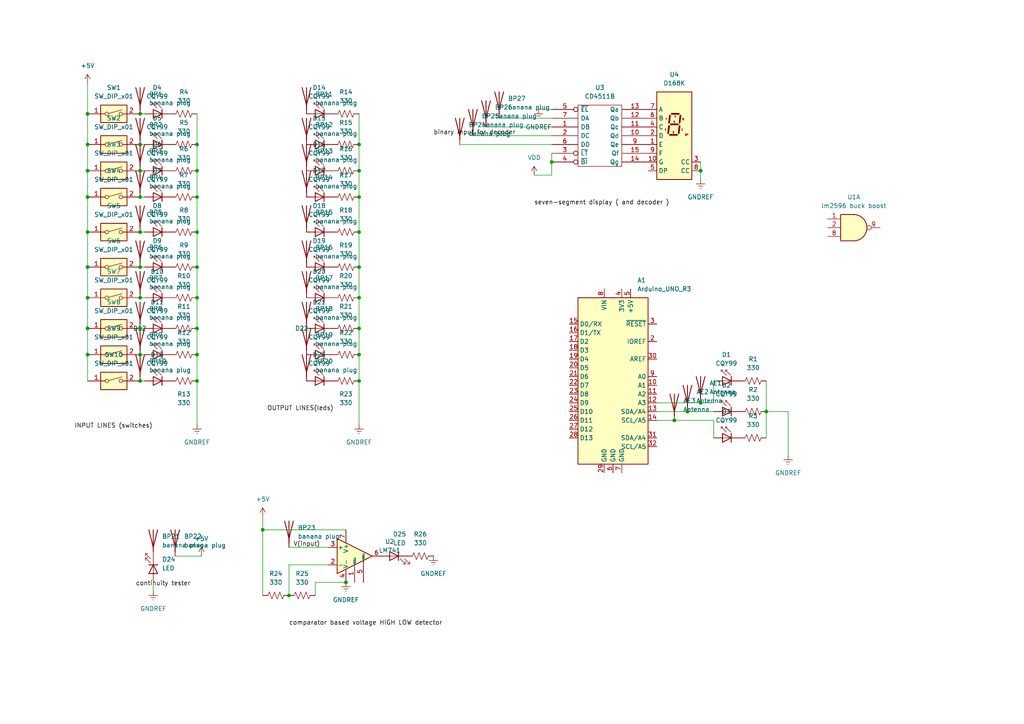
<source format=kicad_sch>
(kicad_sch (version 20230121) (generator eeschema)
  (paper "A4")
  (lib_symbols
    (symbol "4xxx:4023" (pin_names (offset 1.016))
      (property "Reference" "U" (at 0 1.27 0))
      (property "Value" "4023" (at 0 -1.27 0))
      (symbol "4023_1_1"
        (arc (start 0 -3.81) (mid 3.7934 0) (end 0 3.81) (stroke (width 0.254)) (fill (type background)))
        (polyline (pts (xy 0 3.81) (xy -3.81 3.81) (xy -3.81 -3.81) (xy 0 -3.81)) (stroke (width 0.254)) (fill (type background)))
        (pin input line (at -7.62 2.54 0) (length 3.81) (name "~") (number "1"))
        (pin input line (at -7.62 0 0) (length 3.81) (name "~") (number "2"))
        (pin input line (at -7.62 -2.54 0) (length 3.81) (name "~") (number "8"))
        (pin output inverted (at 7.62 0 180) (length 3.81) (name "~") (number "9"))
      )
      (symbol "4023_1_2"
        (arc (start -3.81 -3.81) (mid -2.589 0) (end -3.81 3.81) (stroke (width 0.254)))
        (arc (start -0.6096 -3.81) (mid 2.1842 -2.5851) (end 3.81 0) (stroke (width 0.254)) (fill (type background)))
        (polyline (pts (xy -3.81 -3.81) (xy -0.635 -3.81)) (stroke (width 0.254)) (fill (type background)))
        (polyline (pts (xy -3.81 3.81) (xy -0.635 3.81)) (stroke (width 0.254)) (fill (type background)))
        (polyline (pts (xy -0.635 3.81) (xy -3.81 3.81) (xy -3.81 3.81) (xy -3.556 3.4036) (xy -3.0226 2.2606) (xy -2.6924 1.0414) (xy -2.6162 -0.254) (xy -2.7686 -1.4986) (xy -3.175 -2.7178) (xy -3.81 -3.81) (xy -3.81 -3.81) (xy -0.635 -3.81)) (stroke (width -25.4)) (fill (type background)))
        (arc (start 3.81 0) (mid 2.1915 2.5936) (end -0.6096 3.81) (stroke (width 0.254)) (fill (type background)))
        (pin input inverted (at -7.62 2.54 0) (length 4.318) (name "~") (number "1"))
        (pin input inverted (at -7.62 0 0) (length 4.953) (name "~") (number "2"))
        (pin input inverted (at -7.62 -2.54 0) (length 4.318) (name "~") (number "8"))
        (pin output line (at 7.62 0 180) (length 3.81) (name "~") (number "9"))
      )
      (symbol "4023_2_1"
        (arc (start 0 -3.81) (mid 3.7934 0) (end 0 3.81) (stroke (width 0.254)) (fill (type background)))
        (polyline (pts (xy 0 3.81) (xy -3.81 3.81) (xy -3.81 -3.81) (xy 0 -3.81)) (stroke (width 0.254)) (fill (type background)))
        (pin input line (at -7.62 2.54 0) (length 3.81) (name "~") (number "3"))
        (pin input line (at -7.62 0 0) (length 3.81) (name "~") (number "4"))
        (pin input line (at -7.62 -2.54 0) (length 3.81) (name "~") (number "5"))
        (pin output inverted (at 7.62 0 180) (length 3.81) (name "~") (number "6"))
      )
      (symbol "4023_2_2"
        (arc (start -3.81 -3.81) (mid -2.589 0) (end -3.81 3.81) (stroke (width 0.254)))
        (arc (start -0.6096 -3.81) (mid 2.1842 -2.5851) (end 3.81 0) (stroke (width 0.254)) (fill (type background)))
        (polyline (pts (xy -3.81 -3.81) (xy -0.635 -3.81)) (stroke (width 0.254)) (fill (type background)))
        (polyline (pts (xy -3.81 3.81) (xy -0.635 3.81)) (stroke (width 0.254)) (fill (type background)))
        (polyline (pts (xy -0.635 3.81) (xy -3.81 3.81) (xy -3.81 3.81) (xy -3.556 3.4036) (xy -3.0226 2.2606) (xy -2.6924 1.0414) (xy -2.6162 -0.254) (xy -2.7686 -1.4986) (xy -3.175 -2.7178) (xy -3.81 -3.81) (xy -3.81 -3.81) (xy -0.635 -3.81)) (stroke (width -25.4)) (fill (type background)))
        (arc (start 3.81 0) (mid 2.1915 2.5936) (end -0.6096 3.81) (stroke (width 0.254)) (fill (type background)))
        (pin input inverted (at -7.62 2.54 0) (length 4.318) (name "~") (number "3"))
        (pin input inverted (at -7.62 0 0) (length 4.953) (name "~") (number "4"))
        (pin input inverted (at -7.62 -2.54 0) (length 4.318) (name "~") (number "5"))
        (pin output line (at 7.62 0 180) (length 3.81) (name "~") (number "6"))
      )
      (symbol "4023_3_1"
        (arc (start 0 -3.81) (mid 3.7934 0) (end 0 3.81) (stroke (width 0.254)) (fill (type background)))
        (polyline (pts (xy 0 3.81) (xy -3.81 3.81) (xy -3.81 -3.81) (xy 0 -3.81)) (stroke (width 0.254)) (fill (type background)))
        (pin output inverted (at 7.62 0 180) (length 3.81) (name "~") (number "10"))
        (pin input line (at -7.62 2.54 0) (length 3.81) (name "~") (number "11"))
        (pin input line (at -7.62 0 0) (length 3.81) (name "~") (number "12"))
        (pin input line (at -7.62 -2.54 0) (length 3.81) (name "~") (number "13"))
      )
      (symbol "4023_3_2"
        (arc (start -3.81 -3.81) (mid -2.589 0) (end -3.81 3.81) (stroke (width 0.254)))
        (arc (start -0.6096 -3.81) (mid 2.1842 -2.5851) (end 3.81 0) (stroke (width 0.254)) (fill (type background)))
        (polyline (pts (xy -3.81 -3.81) (xy -0.635 -3.81)) (stroke (width 0.254)) (fill (type background)))
        (polyline (pts (xy -3.81 3.81) (xy -0.635 3.81)) (stroke (width 0.254)) (fill (type background)))
        (polyline (pts (xy -0.635 3.81) (xy -3.81 3.81) (xy -3.81 3.81) (xy -3.556 3.4036) (xy -3.0226 2.2606) (xy -2.6924 1.0414) (xy -2.6162 -0.254) (xy -2.7686 -1.4986) (xy -3.175 -2.7178) (xy -3.81 -3.81) (xy -3.81 -3.81) (xy -0.635 -3.81)) (stroke (width -25.4)) (fill (type background)))
        (arc (start 3.81 0) (mid 2.1915 2.5936) (end -0.6096 3.81) (stroke (width 0.254)) (fill (type background)))
        (pin output line (at 7.62 0 180) (length 3.81) (name "~") (number "10"))
        (pin input inverted (at -7.62 2.54 0) (length 4.318) (name "~") (number "11"))
        (pin input inverted (at -7.62 0 0) (length 4.953) (name "~") (number "12"))
        (pin input inverted (at -7.62 -2.54 0) (length 4.318) (name "~") (number "13"))
      )
      (symbol "4023_4_0"
        (pin power_in line (at 0 12.7 270) (length 5.08) (name "VDD") (number "14"))
        (pin power_in line (at 0 -12.7 90) (length 5.08) (name "VSS") (number "7"))
      )
      (symbol "4023_4_1"
        (rectangle (start -5.08 7.62) (end 5.08 -7.62) (stroke (width 0.254)) (fill (type background)))
      )
    )
    (symbol "4xxx_IEEE:4511" (pin_names (offset 0.762))
      (property "Reference" "U" (at 8.89 11.43 0))
      (property "Value" "4511" (at 8.89 -11.43 0))
      (symbol "4511_0_1"
        (rectangle (start -6.35 8.89) (end 6.35 -8.89))
      )
      (symbol "4511_1_1"
        (pin input line (at -13.97 2.54 0) (length 7.62) (name "DB") (number "1"))
        (pin output line (at 13.97 0 180) (length 7.62) (name "Qd") (number "10"))
        (pin output line (at 13.97 2.54 180) (length 7.62) (name "Qc") (number "11"))
        (pin output line (at 13.97 5.08 180) (length 7.62) (name "Qb") (number "12"))
        (pin output line (at 13.97 7.62 180) (length 7.62) (name "Qa") (number "13"))
        (pin output line (at 13.97 -7.62 180) (length 7.62) (name "Qg") (number "14"))
        (pin output line (at 13.97 -5.08 180) (length 7.62) (name "Qf") (number "15"))
        (pin power_in line (at 0 8.89 270) (length 0) hide (name "Vdd") (number "16"))
        (pin input line (at -13.97 0 0) (length 7.62) (name "DC") (number "2"))
        (pin input inverted (at -13.97 -5.08 0) (length 7.62) (name "~{LT}") (number "3"))
        (pin input inverted (at -13.97 -7.62 0) (length 7.62) (name "~{BI}") (number "4"))
        (pin input inverted (at -13.97 7.62 0) (length 7.62) (name "~{EL}") (number "5"))
        (pin input line (at -13.97 -2.54 0) (length 7.62) (name "DD") (number "6"))
        (pin input line (at -13.97 5.08 0) (length 7.62) (name "DA") (number "7"))
        (pin power_in line (at 0 -8.89 90) (length 0) hide (name "Vss") (number "8"))
        (pin output line (at 13.97 -2.54 180) (length 7.62) (name "Qe") (number "9"))
      )
    )
    (symbol "Amplifier_Operational:LM741" (pin_names (offset 0.127))
      (property "Reference" "U" (at 0 6.35 0))
      (property "Value" "LM741" (at 0 3.81 0))
      (symbol "LM741_0_1"
        (polyline (pts (xy -5.08 5.08) (xy 5.08 0) (xy -5.08 -5.08) (xy -5.08 5.08)) (stroke (width 0.254)) (fill (type background)))
      )
      (symbol "LM741_1_1"
        (pin input line (at 0 -7.62 90) (length 5.08) (name "NULL") (number "1"))
        (pin input line (at -7.62 -2.54 0) (length 2.54) (name "-") (number "2"))
        (pin input line (at -7.62 2.54 0) (length 2.54) (name "+") (number "3"))
        (pin power_in line (at -2.54 -7.62 90) (length 3.81) (name "V-") (number "4"))
        (pin input line (at 2.54 -7.62 90) (length 6.35) (name "NULL") (number "5"))
        (pin output line (at 7.62 0 180) (length 2.54) (name "~") (number "6"))
        (pin power_in line (at -2.54 7.62 270) (length 3.81) (name "V+") (number "7"))
        (pin no_connect line (at 0 2.54 270) (length 2.54) hide (name "NC") (number "8"))
      )
    )
    (symbol "Device:Antenna" (pin_numbers hide) (pin_names (offset 1.016) hide)
      (property "Reference" "AE" (at -1.905 1.905 0))
      (property "Value" "Antenna" (at -1.905 0 0))
      (symbol "Antenna_0_1"
        (polyline (pts (xy 0 2.54) (xy 0 -3.81)) (stroke (width 0.254)))
        (polyline (pts (xy 1.27 2.54) (xy 0 -2.54) (xy -1.27 2.54)) (stroke (width 0.254)))
      )
      (symbol "Antenna_1_1"
        (pin input line (at 0 -5.08 90) (length 2.54) (name "A") (number "1"))
      )
    )
    (symbol "Device:LED" (pin_numbers hide) (pin_names (offset 1.016) hide)
      (property "Reference" "D" (at 0 2.54 0))
      (property "Value" "LED" (at 0 -2.54 0))
      (symbol "LED_0_1"
        (polyline (pts (xy -1.27 -1.27) (xy -1.27 1.27)) (stroke (width 0.254)))
        (polyline (pts (xy -1.27 0) (xy 1.27 0)))
        (polyline (pts (xy 1.27 -1.27) (xy 1.27 1.27) (xy -1.27 0) (xy 1.27 -1.27)) (stroke (width 0.254)))
        (polyline (pts (xy -3.048 -0.762) (xy -4.572 -2.286) (xy -3.81 -2.286) (xy -4.572 -2.286) (xy -4.572 -1.524)))
        (polyline (pts (xy -1.778 -0.762) (xy -3.302 -2.286) (xy -2.54 -2.286) (xy -3.302 -2.286) (xy -3.302 -1.524)))
      )
      (symbol "LED_1_1"
        (pin passive line (at -3.81 0 0) (length 2.54) (name "K") (number "1"))
        (pin passive line (at 3.81 0 180) (length 2.54) (name "A") (number "2"))
      )
    )
    (symbol "Device:R_US" (pin_numbers hide) (pin_names (offset 0))
      (property "Reference" "R" (at 2.54 0 90))
      (property "Value" "R_US" (at -2.54 0 90))
      (symbol "R_US_0_1"
        (polyline (pts (xy 0 -2.286) (xy 0 -2.54)))
        (polyline (pts (xy 0 2.286) (xy 0 2.54)))
        (polyline (pts (xy 0 -0.762) (xy 1.016 -1.143) (xy 0 -1.524) (xy -1.016 -1.905) (xy 0 -2.286)))
        (polyline (pts (xy 0 0.762) (xy 1.016 0.381) (xy 0 0) (xy -1.016 -0.381) (xy 0 -0.762)))
        (polyline (pts (xy 0 2.286) (xy 1.016 1.905) (xy 0 1.524) (xy -1.016 1.143) (xy 0 0.762)))
      )
      (symbol "R_US_1_1"
        (pin passive line (at 0 3.81 270) (length 1.27) (name "~") (number "1"))
        (pin passive line (at 0 -3.81 90) (length 1.27) (name "~") (number "2"))
      )
    )
    (symbol "Display_Character_git:D168K"
      (property "Reference" "U" (at -2.54 13.97 0))
      (property "Value" "D168K" (at 1.27 13.97 0))
      (symbol "D168K_0_0"
        (text "A" (at 0.254 5.588 0) (effects (font (size 0.508 0.508))))
        (text "B" (at 2.54 4.826 0) (effects (font (size 0.508 0.508))))
        (text "C" (at 2.286 1.778 0) (effects (font (size 0.508 0.508))))
        (text "D" (at -0.254 1.016 0) (effects (font (size 0.508 0.508))))
        (text "DP" (at 3.556 0.254 0) (effects (font (size 0.508 0.508))))
        (text "E" (at -2.54 1.778 0) (effects (font (size 0.508 0.508))))
        (text "F" (at -2.286 4.826 0) (effects (font (size 0.508 0.508))))
        (text "G" (at 0 4.064 0) (effects (font (size 0.508 0.508))))
      )
      (symbol "D168K_0_1"
        (rectangle (start -5.08 12.7) (end 5.08 -12.7) (stroke (width 0.254)) (fill (type background)))
        (polyline (pts (xy -1.524 2.794) (xy -1.778 0.762)) (stroke (width 0.508)))
        (polyline (pts (xy -1.27 0.254) (xy 0.762 0.254)) (stroke (width 0.508)))
        (polyline (pts (xy -1.27 5.842) (xy -1.524 3.81)) (stroke (width 0.508)))
        (polyline (pts (xy -1.016 3.302) (xy 1.016 3.302)) (stroke (width 0.508)))
        (polyline (pts (xy -0.762 6.35) (xy 1.27 6.35)) (stroke (width 0.508)))
        (polyline (pts (xy 1.524 2.794) (xy 1.27 0.762)) (stroke (width 0.508)))
        (polyline (pts (xy 1.778 5.842) (xy 1.524 3.81)) (stroke (width 0.508)))
        (polyline (pts (xy 2.54 0.254) (xy 2.54 0.254)) (stroke (width 0.508)))
      )
      (symbol "D168K_1_1"
        (pin input line (at -7.62 -2.54 0) (length 2.54) (name "E") (number "1"))
        (pin input line (at -7.62 -7.62 0) (length 2.54) (name "G") (number "10"))
        (pin input line (at -7.62 0 0) (length 2.54) (name "D") (number "2"))
        (pin input line (at 7.62 -7.62 180) (length 2.54) (name "CC") (number "3"))
        (pin input line (at -7.62 2.54 0) (length 2.54) (name "C") (number "4"))
        (pin input line (at -7.62 -10.16 0) (length 2.54) (name "DP") (number "5"))
        (pin input line (at -7.62 5.08 0) (length 2.54) (name "B") (number "6"))
        (pin input line (at -7.62 7.62 0) (length 2.54) (name "A") (number "7"))
        (pin input line (at 7.62 -10.16 180) (length 2.54) (name "CC") (number "8"))
        (pin input line (at -7.62 -5.08 0) (length 2.54) (name "F") (number "9"))
      )
    )
    (symbol "LED:CQY99" (pin_numbers hide) (pin_names (offset 1.016) hide)
      (property "Reference" "D" (at 0.508 1.778 0))
      (property "Value" "CQY99" (at -1.016 -2.794 0))
      (symbol "CQY99_0_1"
        (polyline (pts (xy -2.54 1.27) (xy -2.54 -1.27)) (stroke (width 0.254)))
        (polyline (pts (xy 0 0) (xy -2.54 0)))
        (polyline (pts (xy 0.381 3.175) (xy -0.127 3.175)))
        (polyline (pts (xy -1.143 1.651) (xy 0.381 3.175) (xy 0.381 2.667)))
        (polyline (pts (xy 0 -1.27) (xy -2.54 0) (xy 0 1.27) (xy 0 -1.27)) (stroke (width 0.254)))
        (polyline (pts (xy -2.413 1.651) (xy -0.889 3.175) (xy -0.889 2.667) (xy -0.889 3.175) (xy -1.397 3.175)))
      )
      (symbol "CQY99_1_1"
        (pin passive line (at -5.08 0 0) (length 2.54) (name "K") (number "1"))
        (pin passive line (at 2.54 0 180) (length 2.54) (name "A") (number "2"))
      )
    )
    (symbol "MCU_Module:Arduino_UNO_R3"
      (property "Reference" "A" (at -10.16 23.495 0))
      (property "Value" "Arduino_UNO_R3" (at 5.08 -26.67 0))
      (symbol "Arduino_UNO_R3_0_1"
        (rectangle (start -10.16 22.86) (end 10.16 -25.4) (stroke (width 0.254)) (fill (type background)))
      )
      (symbol "Arduino_UNO_R3_1_1"
        (pin no_connect line (at -10.16 -20.32 0) (length 2.54) hide (name "NC") (number "1"))
        (pin bidirectional line (at 12.7 -2.54 180) (length 2.54) (name "A1") (number "10"))
        (pin bidirectional line (at 12.7 -5.08 180) (length 2.54) (name "A2") (number "11"))
        (pin bidirectional line (at 12.7 -7.62 180) (length 2.54) (name "A3") (number "12"))
        (pin bidirectional line (at 12.7 -10.16 180) (length 2.54) (name "SDA/A4") (number "13"))
        (pin bidirectional line (at 12.7 -12.7 180) (length 2.54) (name "SCL/A5") (number "14"))
        (pin bidirectional line (at -12.7 15.24 0) (length 2.54) (name "D0/RX") (number "15"))
        (pin bidirectional line (at -12.7 12.7 0) (length 2.54) (name "D1/TX") (number "16"))
        (pin bidirectional line (at -12.7 10.16 0) (length 2.54) (name "D2") (number "17"))
        (pin bidirectional line (at -12.7 7.62 0) (length 2.54) (name "D3") (number "18"))
        (pin bidirectional line (at -12.7 5.08 0) (length 2.54) (name "D4") (number "19"))
        (pin output line (at 12.7 10.16 180) (length 2.54) (name "IOREF") (number "2"))
        (pin bidirectional line (at -12.7 2.54 0) (length 2.54) (name "D5") (number "20"))
        (pin bidirectional line (at -12.7 0 0) (length 2.54) (name "D6") (number "21"))
        (pin bidirectional line (at -12.7 -2.54 0) (length 2.54) (name "D7") (number "22"))
        (pin bidirectional line (at -12.7 -5.08 0) (length 2.54) (name "D8") (number "23"))
        (pin bidirectional line (at -12.7 -7.62 0) (length 2.54) (name "D9") (number "24"))
        (pin bidirectional line (at -12.7 -10.16 0) (length 2.54) (name "D10") (number "25"))
        (pin bidirectional line (at -12.7 -12.7 0) (length 2.54) (name "D11") (number "26"))
        (pin bidirectional line (at -12.7 -15.24 0) (length 2.54) (name "D12") (number "27"))
        (pin bidirectional line (at -12.7 -17.78 0) (length 2.54) (name "D13") (number "28"))
        (pin power_in line (at -2.54 -27.94 90) (length 2.54) (name "GND") (number "29"))
        (pin input line (at 12.7 15.24 180) (length 2.54) (name "~{RESET}") (number "3"))
        (pin input line (at 12.7 5.08 180) (length 2.54) (name "AREF") (number "30"))
        (pin bidirectional line (at 12.7 -17.78 180) (length 2.54) (name "SDA/A4") (number "31"))
        (pin bidirectional line (at 12.7 -20.32 180) (length 2.54) (name "SCL/A5") (number "32"))
        (pin power_out line (at 2.54 25.4 270) (length 2.54) (name "3V3") (number "4"))
        (pin power_out line (at 5.08 25.4 270) (length 2.54) (name "+5V") (number "5"))
        (pin power_in line (at 0 -27.94 90) (length 2.54) (name "GND") (number "6"))
        (pin power_in line (at 2.54 -27.94 90) (length 2.54) (name "GND") (number "7"))
        (pin power_in line (at -2.54 25.4 270) (length 2.54) (name "VIN") (number "8"))
        (pin bidirectional line (at 12.7 0 180) (length 2.54) (name "A0") (number "9"))
      )
    )
    (symbol "Switch:SW_DIP_x01" (pin_names (offset 0) hide)
      (property "Reference" "SW" (at 0 3.81 0))
      (property "Value" "SW_DIP_x01" (at 0 -3.81 0))
      (symbol "SW_DIP_x01_0_0"
        (circle (center -2.032 0) (radius 0.508))
        (polyline (pts (xy -1.524 0.127) (xy 2.3622 1.1684)))
        (circle (center 2.032 0) (radius 0.508))
      )
      (symbol "SW_DIP_x01_0_1"
        (rectangle (start -3.81 2.54) (end 3.81 -2.54) (stroke (width 0.254)) (fill (type background)))
      )
      (symbol "SW_DIP_x01_1_1"
        (pin passive line (at -7.62 0 0) (length 5.08) (name "~") (number "1"))
        (pin passive line (at 7.62 0 180) (length 5.08) (name "~") (number "2"))
      )
    )
    (symbol "power:+5V" (power) (pin_names (offset 0))
      (property "Value" "+5V" (at 0 3.556 0))
      (symbol "+5V_0_1"
        (polyline (pts (xy -0.762 1.27) (xy 0 2.54)))
        (polyline (pts (xy 0 0) (xy 0 2.54)))
        (polyline (pts (xy 0 2.54) (xy 0.762 1.27)))
      )
      (symbol "+5V_1_1"
        (pin power_in line (at 0 0 90) (length 0) hide (name "+5V") (number "1"))
      )
    )
    (symbol "power:GNDREF" (power) (pin_names (offset 0))
      (property "Value" "GNDREF" (at 0 -3.81 0))
      (symbol "GNDREF_0_1"
        (polyline (pts (xy -0.635 -1.905) (xy 0.635 -1.905)))
        (polyline (pts (xy -0.127 -2.54) (xy 0.127 -2.54)))
        (polyline (pts (xy 0 -1.27) (xy 0 0)))
        (polyline (pts (xy 1.27 -1.27) (xy -1.27 -1.27)))
      )
      (symbol "GNDREF_1_1"
        (pin power_in line (at 0 0 270) (length 0) hide (name "GNDREF") (number "1"))
      )
    )
    (symbol "power:VDD" (power) (pin_names (offset 0))
      (property "Value" "VDD" (at 0 3.81 0))
      (symbol "VDD_0_1"
        (polyline (pts (xy -0.762 1.27) (xy 0 2.54)))
        (polyline (pts (xy 0 0) (xy 0 2.54)))
        (polyline (pts (xy 0 2.54) (xy 0.762 1.27)))
      )
      (symbol "VDD_1_1"
        (pin power_in line (at 0 0 90) (length 0) hide (name "VDD") (number "1"))
      )
    )
  )
  (junction (at 25.4 77.47))
  (junction (at 40.64 67.31))
  (junction (at 199.39 119.38))
  (junction (at 104.14 77.47))
  (junction (at 25.4 86.36))
  (junction (at 57.15 102.87))
  (junction (at 40.64 77.47))
  (junction (at 40.64 49.53))
  (junction (at 104.14 95.25))
  (junction (at 195.58 121.92))
  (junction (at 25.4 95.25))
  (junction (at 104.14 110.49))
  (junction (at 57.15 41.91))
  (junction (at 104.14 41.91))
  (junction (at 40.64 57.15))
  (junction (at 104.14 86.36))
  (junction (at 40.64 110.49))
  (junction (at 57.15 77.47))
  (junction (at 222.25 119.38))
  (junction (at 76.2 153.67))
  (junction (at 203.2 116.84))
  (junction (at 25.4 41.91))
  (junction (at 160.02 46.99))
  (junction (at 40.64 41.91))
  (junction (at 25.4 49.53))
  (junction (at 104.14 57.15))
  (junction (at 104.14 67.31))
  (junction (at 57.15 57.15))
  (junction (at 57.15 67.31))
  (junction (at 25.4 102.87))
  (junction (at 40.64 33.02))
  (junction (at 57.15 95.25))
  (junction (at 25.4 57.15))
  (junction (at 57.15 110.49))
  (junction (at 25.4 67.31))
  (junction (at 40.64 102.87))
  (junction (at 203.2 49.53))
  (junction (at 40.64 86.36))
  (junction (at 40.64 95.25))
  (junction (at 57.15 49.53))
  (junction (at 25.4 33.02))
  (junction (at 104.14 49.53))
  (junction (at 104.14 102.87))
  (junction (at 83.82 172.72))
  (junction (at 57.15 86.36))
  (junction (at 100.33 168.91))
  (wire (pts (xy 203.2 49.53) (xy 203.2 52.07)))
  (wire (pts (xy 207.01 116.84) (xy 207.01 110.49)))
  (wire (pts (xy 104.14 41.91) (xy 104.14 49.53)))
  (wire (pts (xy 104.14 102.87) (xy 104.14 110.49)))
  (wire (pts (xy 57.15 102.87) (xy 57.15 110.49)))
  (wire (pts (xy 104.14 95.25) (xy 104.14 102.87)))
  (wire (pts (xy 57.15 57.15) (xy 57.15 67.31)))
  (wire (pts (xy 40.64 86.36) (xy 41.91 86.36)))
  (wire (pts (xy 222.25 119.38) (xy 228.6 119.38)))
  (wire (pts (xy 222.25 110.49) (xy 222.25 119.38)))
  (wire (pts (xy 104.14 86.36) (xy 104.14 95.25)))
  (wire (pts (xy 40.64 77.47) (xy 41.91 77.47)))
  (wire (pts (xy 144.78 34.29) (xy 160.02 34.29)))
  (wire (pts (xy 25.4 41.91) (xy 25.4 49.53)))
  (wire (pts (xy 57.15 77.47) (xy 57.15 86.36)))
  (wire (pts (xy 104.14 77.47) (xy 104.14 86.36)))
  (wire (pts (xy 40.64 33.02) (xy 41.91 33.02)))
  (wire (pts (xy 76.2 153.67) (xy 100.33 153.67)))
  (wire (pts (xy 40.64 41.91) (xy 41.91 41.91)))
  (wire (pts (xy 83.82 163.83) (xy 83.82 172.72)))
  (wire (pts (xy 57.15 110.49) (xy 57.15 123.19)))
  (wire (pts (xy 57.15 49.53) (xy 57.15 57.15)))
  (wire (pts (xy 190.5 116.84) (xy 203.2 116.84)))
  (wire (pts (xy 190.5 119.38) (xy 199.39 119.38)))
  (wire (pts (xy 160.02 46.99) (xy 160.02 50.8)))
  (wire (pts (xy 57.15 95.25) (xy 57.15 102.87)))
  (wire (pts (xy 83.82 158.75) (xy 95.25 158.75)))
  (wire (pts (xy 25.4 86.36) (xy 25.4 95.25)))
  (wire (pts (xy 40.64 57.15) (xy 41.91 57.15)))
  (wire (pts (xy 91.44 168.91) (xy 100.33 168.91)))
  (wire (pts (xy 199.39 119.38) (xy 207.01 119.38)))
  (wire (pts (xy 40.64 102.87) (xy 41.91 102.87)))
  (wire (pts (xy 140.97 36.83) (xy 160.02 36.83)))
  (wire (pts (xy 57.15 41.91) (xy 57.15 49.53)))
  (wire (pts (xy 133.35 41.91) (xy 160.02 41.91)))
  (wire (pts (xy 57.15 86.36) (xy 57.15 95.25)))
  (wire (pts (xy 207.01 121.92) (xy 207.01 127)))
  (wire (pts (xy 44.45 168.91) (xy 44.45 171.45)))
  (wire (pts (xy 25.4 102.87) (xy 25.4 110.49)))
  (wire (pts (xy 104.14 67.31) (xy 104.14 77.47)))
  (wire (pts (xy 195.58 121.92) (xy 207.01 121.92)))
  (wire (pts (xy 57.15 67.31) (xy 57.15 77.47)))
  (wire (pts (xy 40.64 67.31) (xy 41.91 67.31)))
  (wire (pts (xy 160.02 50.8) (xy 154.94 50.8)))
  (wire (pts (xy 95.25 163.83) (xy 83.82 163.83)))
  (wire (pts (xy 40.64 110.49) (xy 41.91 110.49)))
  (wire (pts (xy 160.02 44.45) (xy 160.02 46.99)))
  (wire (pts (xy 222.25 119.38) (xy 222.25 127)))
  (wire (pts (xy 57.15 33.02) (xy 57.15 41.91)))
  (wire (pts (xy 104.14 49.53) (xy 104.14 57.15)))
  (wire (pts (xy 25.4 24.13) (xy 25.4 33.02)))
  (wire (pts (xy 25.4 77.47) (xy 25.4 86.36)))
  (wire (pts (xy 25.4 49.53) (xy 25.4 57.15)))
  (wire (pts (xy 25.4 95.25) (xy 25.4 102.87)))
  (wire (pts (xy 50.8 161.29) (xy 58.42 161.29)))
  (wire (pts (xy 25.4 67.31) (xy 25.4 77.47)))
  (wire (pts (xy 25.4 57.15) (xy 25.4 67.31)))
  (wire (pts (xy 190.5 121.92) (xy 195.58 121.92)))
  (wire (pts (xy 40.64 95.25) (xy 41.91 95.25)))
  (wire (pts (xy 156.21 31.75) (xy 160.02 31.75)))
  (wire (pts (xy 137.16 39.37) (xy 160.02 39.37)))
  (wire (pts (xy 104.14 57.15) (xy 104.14 67.31)))
  (wire (pts (xy 104.14 33.02) (xy 104.14 41.91)))
  (wire (pts (xy 91.44 172.72) (xy 91.44 168.91)))
  (wire (pts (xy 228.6 119.38) (xy 228.6 132.08)))
  (wire (pts (xy 40.64 49.53) (xy 41.91 49.53)))
  (wire (pts (xy 76.2 153.67) (xy 76.2 149.86)))
  (wire (pts (xy 203.2 46.99) (xy 203.2 49.53)))
  (wire (pts (xy 203.2 116.84) (xy 207.01 116.84)))
  (wire (pts (xy 25.4 33.02) (xy 25.4 41.91)))
  (wire (pts (xy 104.14 110.49) (xy 104.14 123.19)))
  (wire (pts (xy 76.2 153.67) (xy 76.2 172.72)))
  (label "binary input for decoder" (at 125.73 39.37 0))
  (label "seven-segment display ( and decoder )" (at 154.94 59.69 0))
  (label "V(input)" (at 85.09 158.75 0))
  (label "OUTPUT LINES(leds)" (at 77.47 119.38 0))
  (label "continuity tester" (at 39.37 170.18 0))
  (label "comparator based voltage HIGH LOW detector" (at 83.82 181.61 0))
  (label "INPUT LINES (switches)" (at 21.59 124.46 0))
  (symbol (lib_id "LED:CQY99") (at 91.44 67.31 0) (mirror y) (unit 1)
    (property "Reference" "D18" (at 92.583 59.69 0))
    (property "Value" "CQY99" (at 92.583 62.23 0))
    (property "Footprint" "LED_THT:LED_D5.0mm_IRGrey" (effects hide))
    (property "Datasheet" "https://www.prtice.info/IMG/pdf/CQY99.pdf" (effects hide))
  )
  (symbol (lib_id "LED:CQY99") (at 91.44 86.36 0) (mirror y) (unit 1)
    (property "Reference" "D20" (at 92.583 78.74 0))
    (property "Value" "CQY99" (at 92.583 81.28 0))
    (property "Footprint" "LED_THT:LED_D5.0mm_IRGrey" (effects hide))
    (property "Datasheet" "https://www.prtice.info/IMG/pdf/CQY99.pdf" (effects hide))
  )
  (symbol (lib_id "Device:Antenna") (at 40.64 81.28 0) (unit 1)
    (property "Reference" "BP7" (at 43.18 80.645 0) (effects (justify left)))
    (property "Value" "banana plug" (at 43.18 83.185 0) (effects (justify left)))
  )
  (symbol (lib_id "Device:R_US") (at 53.34 33.02 270) (unit 1)
    (property "Reference" "R4" (at 53.34 26.67 90))
    (property "Value" "330" (at 53.34 29.21 90))
    (property "Footprint" "Resistor_THT:R_Axial_DIN0204_L3.6mm_D1.6mm_P7.62mm_Horizontal" (effects hide))
  )
  (symbol (lib_id "power:GNDREF") (at 156.21 31.75 0) (unit 1)
    (property "Reference" "#PWR011" (effects hide))
    (property "Value" "GNDREF" (at 156.21 36.83 0))
  )
  (symbol (lib_id "Device:Antenna") (at 40.64 105.41 0) (unit 1)
    (property "Reference" "BP10" (at 43.18 104.775 0) (effects (justify left)))
    (property "Value" "banana plug" (at 43.18 107.315 0) (effects (justify left)))
  )
  (symbol (lib_id "Device:R_US") (at 100.33 33.02 270) (unit 1)
    (property "Reference" "R14" (at 100.33 26.67 90))
    (property "Value" "330" (at 100.33 29.21 90))
    (property "Footprint" "Resistor_THT:R_Axial_DIN0204_L3.6mm_D1.6mm_P7.62mm_Horizontal" (effects hide))
  )
  (symbol (lib_id "LED:CQY99") (at 44.45 86.36 0) (mirror y) (unit 1)
    (property "Reference" "D10" (at 45.593 78.74 0))
    (property "Value" "CQY99" (at 45.593 81.28 0))
    (property "Footprint" "LED_THT:LED_D5.0mm_IRGrey" (effects hide))
    (property "Datasheet" "https://www.prtice.info/IMG/pdf/CQY99.pdf" (effects hide))
  )
  (symbol (lib_id "LED:CQY99") (at 91.44 57.15 0) (mirror y) (unit 1)
    (property "Reference" "D17" (at 92.583 49.53 0))
    (property "Value" "CQY99" (at 92.583 52.07 0))
    (property "Footprint" "LED_THT:LED_D5.0mm_IRGrey" (effects hide))
    (property "Datasheet" "https://www.prtice.info/IMG/pdf/CQY99.pdf" (effects hide))
  )
  (symbol (lib_id "Device:R_US") (at 100.33 86.36 270) (unit 1)
    (property "Reference" "R20" (at 100.33 80.01 90))
    (property "Value" "330" (at 100.33 82.55 90))
    (property "Footprint" "Resistor_THT:R_Axial_DIN0204_L3.6mm_D1.6mm_P7.62mm_Horizontal" (effects hide))
  )
  (symbol (lib_id "Switch:SW_DIP_x01") (at 33.02 49.53 0) (unit 1)
    (property "Reference" "SW3" (at 33.02 41.91 0))
    (property "Value" "SW_DIP_x01" (at 33.02 44.45 0))
    (property "Footprint" "Button_Switch_THT:SW_CW_GPTS203211B" (effects hide))
  )
  (symbol (lib_id "Device:R_US") (at 53.34 67.31 270) (unit 1)
    (property "Reference" "R8" (at 53.34 60.96 90))
    (property "Value" "330" (at 53.34 63.5 90))
    (property "Footprint" "Resistor_THT:R_Axial_DIN0204_L3.6mm_D1.6mm_P7.62mm_Horizontal" (effects hide))
  )
  (symbol (lib_id "MCU_Module:Arduino_UNO_R3") (at 177.8 109.22 0) (unit 1)
    (property "Reference" "A1" (at 184.8359 81.28 0) (effects (justify left)))
    (property "Value" "Arduino_UNO_R3" (at 184.8359 83.82 0) (effects (justify left)))
    (property "Footprint" "Module:Arduino_UNO_R3" (effects hide))
    (property "Datasheet" "https://www.arduino.cc/en/Main/arduinoBoardUno" (effects hide))
  )
  (symbol (lib_id "Device:Antenna") (at 88.9 72.39 0) (unit 1)
    (property "Reference" "BP16" (at 91.44 71.755 0) (effects (justify left)))
    (property "Value" "banana plug" (at 91.44 74.295 0) (effects (justify left)))
  )
  (symbol (lib_id "Device:R_US") (at 53.34 77.47 270) (unit 1)
    (property "Reference" "R9" (at 53.34 71.12 90))
    (property "Value" "330" (at 53.34 73.66 90))
    (property "Footprint" "Resistor_THT:R_Axial_DIN0204_L3.6mm_D1.6mm_P7.62mm_Horizontal" (effects hide))
  )
  (symbol (lib_id "Device:Antenna") (at 40.64 72.39 0) (unit 1)
    (property "Reference" "BP6" (at 43.18 71.755 0) (effects (justify left)))
    (property "Value" "banana plug" (at 43.18 74.295 0) (effects (justify left)))
  )
  (symbol (lib_id "Device:Antenna") (at 140.97 31.75 0) (unit 1)
    (property "Reference" "BP26" (at 143.51 31.115 0) (effects (justify left)))
    (property "Value" "banana plug" (at 143.51 33.655 0) (effects (justify left)))
  )
  (symbol (lib_id "Device:Antenna") (at 40.64 90.17 0) (unit 1)
    (property "Reference" "BP8" (at 43.18 89.535 0) (effects (justify left)))
    (property "Value" "banana plug" (at 43.18 92.075 0) (effects (justify left)))
  )
  (symbol (lib_id "Device:Antenna") (at 88.9 97.79 0) (unit 1)
    (property "Reference" "BP19" (at 91.44 97.155 0) (effects (justify left)))
    (property "Value" "banana plug" (at 91.44 99.695 0) (effects (justify left)))
  )
  (symbol (lib_id "Device:Antenna") (at 88.9 105.41 0) (unit 1)
    (property "Reference" "BP20" (at 91.44 104.775 0) (effects (justify left)))
    (property "Value" "banana plug" (at 91.44 107.315 0) (effects (justify left)))
  )
  (symbol (lib_id "Device:LED") (at 44.45 165.1 270) (unit 1)
    (property "Reference" "D24" (at 46.99 162.2425 90) (effects (justify left)))
    (property "Value" "LED" (at 46.99 164.7825 90) (effects (justify left)))
    (property "Footprint" "Buzzer_Beeper:Buzzer_12x9.5RM7.6" (effects hide))
  )
  (symbol (lib_id "Device:Antenna") (at 88.9 36.83 0) (unit 1)
    (property "Reference" "BP12" (at 91.44 36.195 0) (effects (justify left)))
    (property "Value" "banana plug" (at 91.44 38.735 0) (effects (justify left)))
  )
  (symbol (lib_id "Device:R_US") (at 100.33 67.31 270) (unit 1)
    (property "Reference" "R18" (at 100.33 60.96 90))
    (property "Value" "330" (at 100.33 63.5 90))
    (property "Footprint" "Resistor_THT:R_Axial_DIN0204_L3.6mm_D1.6mm_P7.62mm_Horizontal" (effects hide))
  )
  (symbol (lib_id "Device:R_US") (at 121.92 161.29 270) (unit 1)
    (property "Reference" "R26" (at 121.92 154.94 90))
    (property "Value" "330" (at 121.92 157.48 90))
    (property "Footprint" "Resistor_THT:R_Axial_DIN0204_L3.6mm_D1.6mm_P7.62mm_Horizontal" (effects hide))
  )
  (symbol (lib_id "4xxx:4023") (at 247.65 66.04 0) (unit 1)
    (property "Reference" "U1" (at 247.6417 57.15 0))
    (property "Value" "lm2596 buck boost" (at 247.6417 59.69 0))
    (property "Footprint" "DC_DC_LM2596_small:DC_DC_LM2596_small" (effects hide))
  )
  (symbol (lib_id "power:GNDREF") (at 44.45 171.45 0) (unit 1)
    (property "Reference" "#PWR05" (effects hide))
    (property "Value" "GNDREF" (at 44.45 176.53 0))
  )
  (symbol (lib_id "Device:Antenna") (at 88.9 81.28 0) (unit 1)
    (property "Reference" "BP17" (at 91.44 80.645 0) (effects (justify left)))
    (property "Value" "banana plug" (at 91.44 83.185 0) (effects (justify left)))
  )
  (symbol (lib_id "Device:R_US") (at 100.33 41.91 270) (unit 1)
    (property "Reference" "R15" (at 100.33 35.56 90))
    (property "Value" "330" (at 100.33 38.1 90))
    (property "Footprint" "Resistor_THT:R_Axial_DIN0204_L3.6mm_D1.6mm_P7.62mm_Horizontal" (effects hide))
  )
  (symbol (lib_id "power:+5V") (at 58.42 161.29 0) (unit 1)
    (property "Reference" "#PWR06" (effects hide))
    (property "Value" "+5V" (at 58.42 156.21 0))
  )
  (symbol (lib_id "LED:CQY99") (at 91.44 102.87 0) (mirror y) (unit 1)
    (property "Reference" "D22" (at 87.503 95.25 0))
    (property "Value" "CQY99" (at 92.583 97.79 0))
    (property "Footprint" "LED_THT:LED_D5.0mm_IRGrey" (effects hide))
    (property "Datasheet" "https://www.prtice.info/IMG/pdf/CQY99.pdf" (effects hide))
  )
  (symbol (lib_id "LED:CQY99") (at 44.45 110.49 0) (mirror y) (unit 1)
    (property "Reference" "D13" (at 45.593 102.87 0))
    (property "Value" "CQY99" (at 45.593 105.41 0))
    (property "Footprint" "LED_THT:LED_D5.0mm_IRGrey" (effects hide))
    (property "Datasheet" "https://www.prtice.info/IMG/pdf/CQY99.pdf" (effects hide))
  )
  (symbol (lib_id "Device:R_US") (at 100.33 102.87 270) (unit 1)
    (property "Reference" "R22" (at 100.33 96.52 90))
    (property "Value" "330" (at 100.33 99.06 90))
    (property "Footprint" "Resistor_THT:R_Axial_DIN0204_L3.6mm_D1.6mm_P7.62mm_Horizontal" (effects hide))
  )
  (symbol (lib_id "power:VDD") (at 154.94 50.8 0) (unit 1)
    (property "Reference" "#PWR010" (effects hide))
    (property "Value" "VDD" (at 154.94 45.72 0))
  )
  (symbol (lib_id "Device:R_US") (at 53.34 41.91 270) (unit 1)
    (property "Reference" "R5" (at 53.34 35.56 90))
    (property "Value" "330" (at 53.34 38.1 90))
    (property "Footprint" "Resistor_THT:R_Axial_DIN0204_L3.6mm_D1.6mm_P7.62mm_Horizontal" (effects hide))
  )
  (symbol (lib_id "Device:Antenna") (at 44.45 156.21 0) (unit 1)
    (property "Reference" "BP21" (at 46.99 155.575 0) (effects (justify left)))
    (property "Value" "banana plug" (at 46.99 158.115 0) (effects (justify left)))
  )
  (symbol (lib_id "Switch:SW_DIP_x01") (at 33.02 67.31 0) (unit 1)
    (property "Reference" "SW5" (at 33.02 59.69 0))
    (property "Value" "SW_DIP_x01" (at 33.02 62.23 0))
    (property "Footprint" "Button_Switch_THT:SW_CW_GPTS203211B" (effects hide))
  )
  (symbol (lib_id "power:GNDREF") (at 125.73 161.29 0) (unit 1)
    (property "Reference" "#PWR09" (effects hide))
    (property "Value" "GNDREF" (at 125.73 166.37 0))
  )
  (symbol (lib_id "Device:Antenna") (at 199.39 114.3 0) (unit 1)
    (property "Reference" "AE2" (at 201.93 113.665 0) (effects (justify left)))
    (property "Value" "Antenna" (at 201.93 116.205 0) (effects (justify left)))
  )
  (symbol (lib_id "Device:Antenna") (at 40.64 52.07 0) (unit 1)
    (property "Reference" "BP4" (at 43.18 51.435 0) (effects (justify left)))
    (property "Value" "banana plug" (at 43.18 53.975 0) (effects (justify left)))
  )
  (symbol (lib_id "Device:Antenna") (at 144.78 29.21 0) (unit 1)
    (property "Reference" "BP27" (at 147.32 28.575 0) (effects (justify left)))
    (property "Value" "banana plug" (at 147.32 31.115 0) (effects (justify left)))
  )
  (symbol (lib_id "power:+5V") (at 76.2 149.86 0) (unit 1)
    (property "Reference" "#PWR07" (effects hide))
    (property "Value" "+5V" (at 76.2 144.78 0))
  )
  (symbol (lib_id "LED:CQY99") (at 44.45 77.47 0) (mirror y) (unit 1)
    (property "Reference" "D9" (at 45.593 69.85 0))
    (property "Value" "CQY99" (at 45.593 72.39 0))
    (property "Footprint" "LED_THT:LED_D5.0mm_IRGrey" (effects hide))
    (property "Datasheet" "https://www.prtice.info/IMG/pdf/CQY99.pdf" (effects hide))
  )
  (symbol (lib_id "Device:Antenna") (at 88.9 27.94 0) (unit 1)
    (property "Reference" "BP11" (at 91.44 27.305 0) (effects (justify left)))
    (property "Value" "banana plug" (at 91.44 29.845 0) (effects (justify left)))
  )
  (symbol (lib_id "4xxx_IEEE:4511") (at 173.99 39.37 0) (unit 1)
    (property "Reference" "U3" (at 173.99 25.4 0))
    (property "Value" "CD4511B" (at 173.99 27.94 0))
    (property "Footprint" "Socket:DIP_Socket-16_W4.3_W5.08_W7.62_W10.16_W10.9_3M_216-3340-00-0602J" (effects hide))
  )
  (symbol (lib_id "Device:R_US") (at 53.34 49.53 270) (unit 1)
    (property "Reference" "R6" (at 53.34 43.18 90))
    (property "Value" "330" (at 53.34 45.72 90))
    (property "Footprint" "Resistor_THT:R_Axial_DIN0204_L3.6mm_D1.6mm_P7.62mm_Horizontal" (effects hide))
  )
  (symbol (lib_id "power:GNDREF") (at 104.14 123.19 0) (unit 1)
    (property "Reference" "#PWR04" (effects hide))
    (property "Value" "GNDREF" (at 104.14 128.27 0))
  )
  (symbol (lib_id "Device:R_US") (at 100.33 77.47 270) (unit 1)
    (property "Reference" "R19" (at 100.33 71.12 90))
    (property "Value" "330" (at 100.33 73.66 90))
    (property "Footprint" "Resistor_THT:R_Axial_DIN0204_L3.6mm_D1.6mm_P7.62mm_Horizontal" (effects hide))
  )
  (symbol (lib_id "Display_Character_git:D168K") (at 195.58 39.37 0) (unit 1)
    (property "Reference" "U4" (at 195.58 21.59 0))
    (property "Value" "D168K" (at 195.58 24.13 0))
    (property "Footprint" "Display_7Segment:D1X8K" (effects hide))
    (property "Datasheet" "https://ia800903.us.archive.org/24/items/CTKD1x8K/Cromatek%20D168K.pdf" (effects hide))
  )
  (symbol (lib_id "Device:Antenna") (at 40.64 36.83 0) (unit 1)
    (property "Reference" "BP2" (at 43.18 36.195 0) (effects (justify left)))
    (property "Value" "banana plug" (at 43.18 38.735 0) (effects (justify left)))
  )
  (symbol (lib_id "Device:Antenna") (at 133.35 36.83 0) (unit 1)
    (property "Reference" "BP24" (at 135.89 36.195 0) (effects (justify left)))
    (property "Value" "banana plug" (at 135.89 38.735 0) (effects (justify left)))
  )
  (symbol (lib_id "Switch:SW_DIP_x01") (at 33.02 102.87 0) (unit 1)
    (property "Reference" "SW9" (at 33.02 95.25 0))
    (property "Value" "SW_DIP_x01" (at 33.02 97.79 0))
    (property "Footprint" "Button_Switch_THT:SW_CW_GPTS203211B" (effects hide))
  )
  (symbol (lib_id "Device:Antenna") (at 40.64 62.23 0) (unit 1)
    (property "Reference" "BP5" (at 43.18 61.595 0) (effects (justify left)))
    (property "Value" "banana plug" (at 43.18 64.135 0) (effects (justify left)))
  )
  (symbol (lib_id "Device:R_US") (at 53.34 95.25 270) (unit 1)
    (property "Reference" "R11" (at 53.34 88.9 90))
    (property "Value" "330" (at 53.34 91.44 90))
    (property "Footprint" "Resistor_THT:R_Axial_DIN0204_L3.6mm_D1.6mm_P7.62mm_Horizontal" (effects hide))
  )
  (symbol (lib_id "Device:R_US") (at 100.33 57.15 270) (unit 1)
    (property "Reference" "R17" (at 100.33 50.8 90))
    (property "Value" "330" (at 100.33 53.34 90))
    (property "Footprint" "Resistor_THT:R_Axial_DIN0204_L3.6mm_D1.6mm_P7.62mm_Horizontal" (effects hide))
  )
  (symbol (lib_id "LED:CQY99") (at 44.45 49.53 0) (mirror y) (unit 1)
    (property "Reference" "D6" (at 45.593 41.91 0))
    (property "Value" "CQY99" (at 45.593 44.45 0))
    (property "Footprint" "LED_THT:LED_D5.0mm_IRGrey" (effects hide))
    (property "Datasheet" "https://www.prtice.info/IMG/pdf/CQY99.pdf" (effects hide))
  )
  (symbol (lib_id "LED:CQY99") (at 44.45 95.25 0) (mirror y) (unit 1)
    (property "Reference" "D11" (at 45.593 87.63 0))
    (property "Value" "CQY99" (at 45.593 90.17 0))
    (property "Footprint" "LED_THT:LED_D5.0mm_IRGrey" (effects hide))
    (property "Datasheet" "https://www.prtice.info/IMG/pdf/CQY99.pdf" (effects hide))
  )
  (symbol (lib_id "LED:CQY99") (at 209.55 119.38 0) (mirror y) (unit 1)
    (property "Reference" "D2" (at 210.693 111.76 0))
    (property "Value" "CQY99" (at 210.693 114.3 0))
    (property "Footprint" "LED_THT:LED_D5.0mm_IRGrey" (effects hide))
    (property "Datasheet" "https://www.prtice.info/IMG/pdf/CQY99.pdf" (effects hide))
  )
  (symbol (lib_id "Device:R_US") (at 53.34 57.15 270) (unit 1)
    (property "Reference" "R7" (at 53.34 50.8 90))
    (property "Value" "330" (at 53.34 53.34 90))
    (property "Footprint" "Resistor_THT:R_Axial_DIN0204_L3.6mm_D1.6mm_P7.62mm_Horizontal" (effects hide))
  )
  (symbol (lib_id "Amplifier_Operational:LM741") (at 102.87 161.29 0) (unit 1)
    (property "Reference" "U2" (at 113.03 157.0991 0))
    (property "Value" "LM741" (at 113.03 159.6391 0))
    (property "Footprint" "Package_DIP:DIP-8_W7.62mm" (effects hide))
    (property "Datasheet" "http://www.ti.com/lit/ds/symlink/lm741.pdf" (effects hide))
  )
  (symbol (lib_id "Device:LED") (at 114.3 161.29 0) (mirror y) (unit 1)
    (property "Reference" "D25" (at 115.8875 154.94 0))
    (property "Value" "LED" (at 115.8875 157.48 0))
    (property "Footprint" "LED_THT:LED_D5.0mm_IRGrey" (effects hide))
  )
  (symbol (lib_id "Switch:SW_DIP_x01") (at 33.02 41.91 0) (unit 1)
    (property "Reference" "SW2" (at 33.02 34.29 0))
    (property "Value" "SW_DIP_x01" (at 33.02 36.83 0))
    (property "Footprint" "Button_Switch_THT:SW_CW_GPTS203211B" (effects hide))
  )
  (symbol (lib_id "Switch:SW_DIP_x01") (at 33.02 77.47 0) (unit 1)
    (property "Reference" "SW6" (at 33.02 69.85 0))
    (property "Value" "SW_DIP_x01" (at 33.02 72.39 0))
    (property "Footprint" "Button_Switch_THT:SW_CW_GPTS203211B" (effects hide))
  )
  (symbol (lib_id "Switch:SW_DIP_x01") (at 33.02 95.25 0) (unit 1)
    (property "Reference" "SW8" (at 33.02 87.63 0))
    (property "Value" "SW_DIP_x01" (at 33.02 90.17 0))
    (property "Footprint" "Button_Switch_THT:SW_CW_GPTS203211B" (effects hide))
  )
  (symbol (lib_id "Device:R_US") (at 100.33 49.53 270) (unit 1)
    (property "Reference" "R16" (at 100.33 43.18 90))
    (property "Value" "330" (at 100.33 45.72 90))
    (property "Footprint" "Resistor_THT:R_Axial_DIN0204_L3.6mm_D1.6mm_P7.62mm_Horizontal" (effects hide))
  )
  (symbol (lib_id "power:GNDREF") (at 57.15 123.19 0) (unit 1)
    (property "Reference" "#PWR03" (effects hide))
    (property "Value" "GNDREF" (at 57.15 128.27 0))
  )
  (symbol (lib_id "Device:R_US") (at 100.33 110.49 270) (unit 1)
    (property "Reference" "R23" (at 100.33 114.3 90))
    (property "Value" "330" (at 100.33 116.84 90))
    (property "Footprint" "Resistor_THT:R_Axial_DIN0204_L3.6mm_D1.6mm_P7.62mm_Horizontal" (effects hide))
  )
  (symbol (lib_id "Device:Antenna") (at 203.2 111.76 0) (unit 1)
    (property "Reference" "AE1" (at 205.74 111.125 0) (effects (justify left)))
    (property "Value" "Antenna" (at 205.74 113.665 0) (effects (justify left)))
  )
  (symbol (lib_id "Switch:SW_DIP_x01") (at 33.02 33.02 0) (unit 1)
    (property "Reference" "SW1" (at 33.02 25.4 0))
    (property "Value" "SW_DIP_x01" (at 33.02 27.94 0))
    (property "Footprint" "Button_Switch_THT:SW_CW_GPTS203211B" (effects hide))
  )
  (symbol (lib_id "LED:CQY99") (at 91.44 41.91 0) (mirror y) (unit 1)
    (property "Reference" "D15" (at 92.583 34.29 0))
    (property "Value" "CQY99" (at 92.583 36.83 0))
    (property "Footprint" "LED_THT:LED_D5.0mm_IRGrey" (effects hide))
    (property "Datasheet" "https://www.prtice.info/IMG/pdf/CQY99.pdf" (effects hide))
  )
  (symbol (lib_id "Device:R_US") (at 218.44 127 270) (unit 1)
    (property "Reference" "R3" (at 218.44 120.65 90))
    (property "Value" "330" (at 218.44 123.19 90))
    (property "Footprint" "Resistor_THT:R_Axial_DIN0204_L3.6mm_D1.6mm_P7.62mm_Horizontal" (effects hide))
  )
  (symbol (lib_id "Device:R_US") (at 53.34 86.36 270) (unit 1)
    (property "Reference" "R10" (at 53.34 80.01 90))
    (property "Value" "330" (at 53.34 82.55 90))
    (property "Footprint" "Resistor_THT:R_Axial_DIN0204_L3.6mm_D1.6mm_P7.62mm_Horizontal" (effects hide))
  )
  (symbol (lib_id "Device:R_US") (at 218.44 119.38 270) (unit 1)
    (property "Reference" "R2" (at 218.44 113.03 90))
    (property "Value" "330" (at 218.44 115.57 90))
    (property "Footprint" "Resistor_THT:R_Axial_DIN0204_L3.6mm_D1.6mm_P7.62mm_Horizontal" (effects hide))
  )
  (symbol (lib_id "power:+5V") (at 25.4 24.13 0) (unit 1)
    (property "Reference" "#PWR02" (effects hide))
    (property "Value" "+5V" (at 25.4 19.05 0))
  )
  (symbol (lib_id "LED:CQY99") (at 44.45 41.91 0) (mirror y) (unit 1)
    (property "Reference" "D5" (at 45.593 34.29 0))
    (property "Value" "CQY99" (at 45.593 36.83 0))
    (property "Footprint" "LED_THT:LED_D5.0mm_IRGrey" (effects hide))
    (property "Datasheet" "https://www.prtice.info/IMG/pdf/CQY99.pdf" (effects hide))
  )
  (symbol (lib_id "LED:CQY99") (at 91.44 110.49 0) (mirror y) (unit 1)
    (property "Reference" "D23" (at 92.583 102.87 0))
    (property "Value" "CQY99" (at 92.583 105.41 0))
    (property "Footprint" "LED_THT:LED_D5.0mm_IRGrey" (effects hide))
    (property "Datasheet" "https://www.prtice.info/IMG/pdf/CQY99.pdf" (effects hide))
  )
  (symbol (lib_id "Device:R_US") (at 87.63 172.72 270) (unit 1)
    (property "Reference" "R25" (at 87.63 166.37 90))
    (property "Value" "330" (at 87.63 168.91 90))
    (property "Footprint" "Resistor_THT:R_Axial_DIN0204_L3.6mm_D1.6mm_P7.62mm_Horizontal" (effects hide))
  )
  (symbol (lib_id "Switch:SW_DIP_x01") (at 33.02 57.15 0) (unit 1)
    (property "Reference" "SW4" (at 33.02 49.53 0))
    (property "Value" "SW_DIP_x01" (at 33.02 52.07 0))
    (property "Footprint" "Button_Switch_THT:SW_CW_GPTS203211B" (effects hide))
  )
  (symbol (lib_id "Device:Antenna") (at 88.9 44.45 0) (unit 1)
    (property "Reference" "BP13" (at 91.44 43.815 0) (effects (justify left)))
    (property "Value" "banana plug" (at 91.44 46.355 0) (effects (justify left)))
  )
  (symbol (lib_id "power:GNDREF") (at 203.2 52.07 0) (unit 1)
    (property "Reference" "#PWR012" (effects hide))
    (property "Value" "GNDREF" (at 203.2 57.15 0))
  )
  (symbol (lib_id "Device:R_US") (at 100.33 95.25 270) (unit 1)
    (property "Reference" "R21" (at 100.33 88.9 90))
    (property "Value" "330" (at 100.33 91.44 90))
    (property "Footprint" "Resistor_THT:R_Axial_DIN0204_L3.6mm_D1.6mm_P7.62mm_Horizontal" (effects hide))
  )
  (symbol (lib_id "LED:CQY99") (at 91.44 49.53 0) (mirror y) (unit 1)
    (property "Reference" "D16" (at 92.583 41.91 0))
    (property "Value" "CQY99" (at 92.583 44.45 0))
    (property "Footprint" "LED_THT:LED_D5.0mm_IRGrey" (effects hide))
    (property "Datasheet" "https://www.prtice.info/IMG/pdf/CQY99.pdf" (effects hide))
  )
  (symbol (lib_id "Device:Antenna") (at 88.9 52.07 0) (unit 1)
    (property "Reference" "BP14" (at 91.44 51.435 0) (effects (justify left)))
    (property "Value" "banana plug" (at 91.44 53.975 0) (effects (justify left)))
  )
  (symbol (lib_id "Device:Antenna") (at 50.8 156.21 0) (unit 1)
    (property "Reference" "BP22" (at 53.34 155.575 0) (effects (justify left)))
    (property "Value" "banana plug" (at 53.34 158.115 0) (effects (justify left)))
  )
  (symbol (lib_id "Device:Antenna") (at 88.9 90.17 0) (unit 1)
    (property "Reference" "BP18" (at 91.44 89.535 0) (effects (justify left)))
    (property "Value" "banana plug" (at 91.44 92.075 0) (effects (justify left)))
  )
  (symbol (lib_id "LED:CQY99") (at 91.44 95.25 0) (mirror y) (unit 1)
    (property "Reference" "D21" (at 92.583 87.63 0))
    (property "Value" "CQY99" (at 92.583 90.17 0))
    (property "Footprint" "LED_THT:LED_D5.0mm_IRGrey" (effects hide))
    (property "Datasheet" "https://www.prtice.info/IMG/pdf/CQY99.pdf" (effects hide))
  )
  (symbol (lib_id "Device:Antenna") (at 83.82 153.67 0) (unit 1)
    (property "Reference" "BP23" (at 86.36 153.035 0) (effects (justify left)))
    (property "Value" "banana plug" (at 86.36 155.575 0) (effects (justify left)))
  )
  (symbol (lib_id "LED:CQY99") (at 91.44 33.02 0) (mirror y) (unit 1)
    (property "Reference" "D14" (at 92.583 25.4 0))
    (property "Value" "CQY99" (at 92.583 27.94 0))
    (property "Footprint" "LED_THT:LED_D5.0mm_IRGrey" (effects hide))
    (property "Datasheet" "https://www.prtice.info/IMG/pdf/CQY99.pdf" (effects hide))
  )
  (symbol (lib_id "Device:R_US") (at 218.44 110.49 270) (unit 1)
    (property "Reference" "R1" (at 218.44 104.14 90))
    (property "Value" "330" (at 218.44 106.68 90))
    (property "Footprint" "Resistor_THT:R_Axial_DIN0204_L3.6mm_D1.6mm_P7.62mm_Horizontal" (effects hide))
  )
  (symbol (lib_id "LED:CQY99") (at 44.45 67.31 0) (mirror y) (unit 1)
    (property "Reference" "D8" (at 45.593 59.69 0))
    (property "Value" "CQY99" (at 45.593 62.23 0))
    (property "Footprint" "LED_THT:LED_D5.0mm_IRGrey" (effects hide))
    (property "Datasheet" "https://www.prtice.info/IMG/pdf/CQY99.pdf" (effects hide))
  )
  (symbol (lib_id "Device:R_US") (at 53.34 110.49 270) (unit 1)
    (property "Reference" "R13" (at 53.34 114.3 90))
    (property "Value" "330" (at 53.34 116.84 90))
    (property "Footprint" "Resistor_THT:R_Axial_DIN0204_L3.6mm_D1.6mm_P7.62mm_Horizontal" (effects hide))
  )
  (symbol (lib_id "LED:CQY99") (at 44.45 33.02 0) (mirror y) (unit 1)
    (property "Reference" "D4" (at 45.593 25.4 0))
    (property "Value" "CQY99" (at 45.593 27.94 0))
    (property "Footprint" "LED_THT:LED_D5.0mm_IRGrey" (effects hide))
    (property "Datasheet" "https://www.prtice.info/IMG/pdf/CQY99.pdf" (effects hide))
  )
  (symbol (lib_id "LED:CQY99") (at 91.44 77.47 0) (mirror y) (unit 1)
    (property "Reference" "D19" (at 92.583 69.85 0))
    (property "Value" "CQY99" (at 92.583 72.39 0))
    (property "Footprint" "LED_THT:LED_D5.0mm_IRGrey" (effects hide))
    (property "Datasheet" "https://www.prtice.info/IMG/pdf/CQY99.pdf" (effects hide))
  )
  (symbol (lib_id "power:GNDREF") (at 228.6 132.08 0) (unit 1)
    (property "Reference" "#PWR01" (effects hide))
    (property "Value" "GNDREF" (at 228.6 137.16 0))
  )
  (symbol (lib_id "Device:Antenna") (at 195.58 116.84 0) (unit 1)
    (property "Reference" "AE3" (at 198.12 116.205 0) (effects (justify left)))
    (property "Value" "Antenna" (at 198.12 118.745 0) (effects (justify left)))
  )
  (symbol (lib_id "Switch:SW_DIP_x01") (at 33.02 110.49 0) (unit 1)
    (property "Reference" "SW10" (at 33.02 102.87 0))
    (property "Value" "SW_DIP_x01" (at 33.02 105.41 0))
    (property "Footprint" "Button_Switch_THT:SW_CW_GPTS203211B" (effects hide))
  )
  (symbol (lib_id "power:GNDREF") (at 100.33 168.91 0) (unit 1)
    (property "Reference" "#PWR08" (effects hide))
    (property "Value" "GNDREF" (at 100.33 173.99 0))
  )
  (symbol (lib_id "Device:R_US") (at 53.34 102.87 270) (unit 1)
    (property "Reference" "R12" (at 53.34 96.52 90))
    (property "Value" "330" (at 53.34 99.06 90))
    (property "Footprint" "Resistor_THT:R_Axial_DIN0204_L3.6mm_D1.6mm_P7.62mm_Horizontal" (effects hide))
  )
  (symbol (lib_id "Device:R_US") (at 80.01 172.72 270) (unit 1)
    (property "Reference" "R24" (at 80.01 166.37 90))
    (property "Value" "330" (at 80.01 168.91 90))
    (property "Footprint" "Resistor_THT:R_Axial_DIN0204_L3.6mm_D1.6mm_P7.62mm_Horizontal" (effects hide))
  )
  (symbol (lib_id "Device:Antenna") (at 40.64 27.94 0) (unit 1)
    (property "Reference" "BP1" (at 43.18 27.305 0) (effects (justify left)))
    (property "Value" "banana plug" (at 43.18 29.845 0) (effects (justify left)))
  )
  (symbol (lib_id "LED:CQY99") (at 209.55 110.49 0) (mirror y) (unit 1)
    (property "Reference" "D1" (at 210.693 102.87 0))
    (property "Value" "CQY99" (at 210.693 105.41 0))
    (property "Footprint" "LED_THT:LED_D5.0mm_IRGrey" (effects hide))
    (property "Datasheet" "https://www.prtice.info/IMG/pdf/CQY99.pdf" (effects hide))
  )
  (symbol (lib_id "Switch:SW_DIP_x01") (at 33.02 86.36 0) (unit 1)
    (property "Reference" "SW7" (at 33.02 78.74 0))
    (property "Value" "SW_DIP_x01" (at 33.02 81.28 0))
    (property "Footprint" "Button_Switch_THT:SW_CW_GPTS203211B" (effects hide))
  )
  (symbol (lib_id "Device:Antenna") (at 88.9 62.23 0) (unit 1)
    (property "Reference" "BP15" (at 91.44 61.595 0) (effects (justify left)))
    (property "Value" "banana plug" (at 91.44 64.135 0) (effects (justify left)))
  )
  (symbol (lib_id "LED:CQY99") (at 44.45 57.15 0) (mirror y) (unit 1)
    (property "Reference" "D7" (at 45.593 49.53 0))
    (property "Value" "CQY99" (at 45.593 52.07 0))
    (property "Footprint" "LED_THT:LED_D5.0mm_IRGrey" (effects hide))
    (property "Datasheet" "https://www.prtice.info/IMG/pdf/CQY99.pdf" (effects hide))
  )
  (symbol (lib_id "LED:CQY99") (at 44.45 102.87 0) (mirror y) (unit 1)
    (property "Reference" "D12" (at 40.513 95.25 0))
    (property "Value" "CQY99" (at 45.593 97.79 0))
    (property "Footprint" "LED_THT:LED_D5.0mm_IRGrey" (effects hide))
    (property "Datasheet" "https://www.prtice.info/IMG/pdf/CQY99.pdf" (effects hide))
  )
  (symbol (lib_id "Device:Antenna") (at 40.64 97.79 0) (unit 1)
    (property "Reference" "BP9" (at 43.18 97.155 0) (effects (justify left)))
    (property "Value" "banana plug" (at 43.18 99.695 0) (effects (justify left)))
  )
  (symbol (lib_id "Device:Antenna") (at 40.64 44.45 0) (unit 1)
    (property "Reference" "BP3" (at 43.18 43.815 0) (effects (justify left)))
    (property "Value" "banana plug" (at 43.18 46.355 0) (effects (justify left)))
  )
  (symbol (lib_id "LED:CQY99") (at 209.55 127 0) (mirror y) (unit 1)
    (property "Reference" "D3" (at 210.693 119.38 0))
    (property "Value" "CQY99" (at 210.693 121.92 0))
    (property "Footprint" "LED_THT:LED_D5.0mm_IRGrey" (effects hide))
    (property "Datasheet" "https://www.prtice.info/IMG/pdf/CQY99.pdf" (effects hide))
  )
  (symbol (lib_id "Device:Antenna") (at 137.16 34.29 0) (unit 1)
    (property "Reference" "BP25" (at 139.7 33.655 0) (effects (justify left)))
    (property "Value" "banana plug" (at 139.7 36.195 0) (effects (justify left)))
  )
)
</source>
